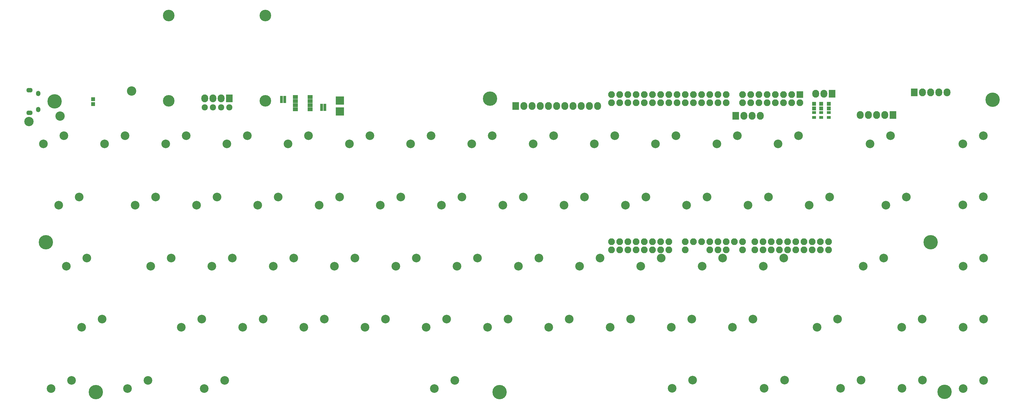
<source format=gts>
G04 #@! TF.FileFunction,Soldermask,Top*
%FSLAX46Y46*%
G04 Gerber Fmt 4.6, Leading zero omitted, Abs format (unit mm)*
G04 Created by KiCad (PCBNEW 4.0.7) date Fri Feb  9 22:51:10 2018*
%MOMM*%
%LPD*%
G01*
G04 APERTURE LIST*
%ADD10C,0.100000*%
%ADD11C,4.464000*%
%ADD12C,1.924000*%
%ADD13C,3.600000*%
%ADD14R,2.127200X2.432000*%
%ADD15O,2.127200X2.432000*%
%ADD16R,1.197560X1.197560*%
%ADD17R,1.300000X0.900000*%
%ADD18C,2.900000*%
%ADD19R,1.150000X1.200000*%
%ADD20O,1.350000X1.650000*%
%ADD21O,1.950000X1.400000*%
%ADD22R,0.900000X0.800000*%
%ADD23R,0.900000X0.700000*%
%ADD24R,1.500000X1.160000*%
%ADD25R,2.635200X2.635200*%
%ADD26R,2.100000X2.100000*%
%ADD27O,2.100000X2.100000*%
%ADD28C,2.100000*%
%ADD29C,2.686000*%
G04 APERTURE END LIST*
D10*
D11*
X147515000Y114490000D03*
D12*
X66620000Y111780000D03*
X64080000Y111780000D03*
X61540000Y111780000D03*
X59000000Y111780000D03*
D13*
X47810000Y113780000D03*
X77810000Y113780000D03*
X47810000Y140280000D03*
X77810000Y140280000D03*
D14*
X253550000Y116020000D03*
D15*
X251010000Y116020000D03*
X248470000Y116020000D03*
D14*
X223650000Y109170000D03*
D15*
X226190000Y109170000D03*
X228730000Y109170000D03*
X231270000Y109170000D03*
D11*
X9740000Y69890000D03*
X284165000Y69815000D03*
X303340000Y114140000D03*
X150440000Y23290000D03*
X288490000Y23340000D03*
X25190000Y23315000D03*
D16*
X247970000Y111391400D03*
X247970000Y112890000D03*
X250220000Y111390000D03*
X250220000Y112888600D03*
X252520000Y111390700D03*
X252520000Y112889300D03*
D17*
X247970000Y108640000D03*
X247970000Y110140000D03*
X250220000Y108640000D03*
X250220000Y110140000D03*
X252520000Y108640000D03*
X252520000Y110140000D03*
D18*
X4515000Y107365000D03*
X36290000Y116815000D03*
D14*
X279070000Y116415000D03*
D15*
X281610000Y116415000D03*
X284150000Y116415000D03*
X286690000Y116415000D03*
X289230000Y116415000D03*
D14*
X155460000Y112180000D03*
D15*
X158000000Y112180000D03*
X160540000Y112180000D03*
X163080000Y112180000D03*
X165620000Y112180000D03*
X168160000Y112180000D03*
X170700000Y112180000D03*
X173240000Y112180000D03*
X175780000Y112180000D03*
X178320000Y112180000D03*
X180860000Y112180000D03*
D11*
X12440000Y113590000D03*
D14*
X272410000Y109380000D03*
D15*
X269870000Y109380000D03*
X267330000Y109380000D03*
X264790000Y109380000D03*
X262250000Y109380000D03*
D19*
X24415000Y112765000D03*
X24415000Y114265000D03*
D18*
X14165000Y109015000D03*
D20*
X7327540Y111064100D03*
X7327540Y116064100D03*
D21*
X4627540Y110064100D03*
X4627540Y117064100D03*
D22*
X82770000Y114960000D03*
D23*
X82770000Y113960000D03*
X82770000Y114460000D03*
D22*
X82770000Y113460000D03*
D23*
X83770000Y114460000D03*
D22*
X83770000Y114960000D03*
D23*
X83770000Y113960000D03*
D22*
X83770000Y113460000D03*
X96250000Y110990000D03*
D23*
X96250000Y111990000D03*
X96250000Y111490000D03*
D22*
X96250000Y112490000D03*
D23*
X95250000Y111490000D03*
D22*
X95250000Y110990000D03*
D23*
X95250000Y111990000D03*
D22*
X95250000Y112490000D03*
D24*
X87110000Y114940000D03*
X87110000Y113670000D03*
X87110000Y112400000D03*
X87110000Y111130000D03*
X91710000Y111130000D03*
X91710000Y112400000D03*
X91710000Y113670000D03*
X91710000Y114940000D03*
D14*
X66650000Y114540000D03*
D15*
X64110000Y114540000D03*
X61570000Y114540000D03*
X59030000Y114540000D03*
D25*
X100940000Y113890000D03*
X100940000Y110470000D03*
D26*
X243610000Y115730000D03*
D27*
X243610000Y113190000D03*
X241070000Y115730000D03*
X241070000Y113190000D03*
X238530000Y115730000D03*
X238530000Y113190000D03*
X235990000Y115730000D03*
X235990000Y113190000D03*
X233450000Y115730000D03*
X233450000Y113190000D03*
X230910000Y115730000D03*
X230910000Y113190000D03*
X228370000Y115730000D03*
X228370000Y113190000D03*
X225830000Y115730000D03*
X225830000Y113190000D03*
X220750000Y115730000D03*
X220750000Y113190000D03*
X218210000Y115730000D03*
X218210000Y113190000D03*
X215670000Y115730000D03*
X215670000Y113190000D03*
X213130000Y115730000D03*
X213130000Y113190000D03*
X210590000Y115730000D03*
X210590000Y113190000D03*
X208050000Y115730000D03*
X208050000Y113190000D03*
X205510000Y115730000D03*
X205510000Y113190000D03*
X202970000Y115730000D03*
X202970000Y113190000D03*
X200430000Y115730000D03*
X200430000Y113190000D03*
X197890000Y115730000D03*
X197890000Y113190000D03*
X195350000Y115730000D03*
X195350000Y113190000D03*
X192810000Y115730000D03*
X192810000Y113190000D03*
X190270000Y115730000D03*
X190270000Y113190000D03*
X187730000Y115730000D03*
X187730000Y113190000D03*
X185190000Y115730000D03*
X185190000Y113190000D03*
X252496158Y70010914D03*
X252496158Y67470000D03*
X190270000Y70010000D03*
X195350000Y70010000D03*
X195350000Y67470000D03*
X192810000Y70010000D03*
X192810000Y67470000D03*
X190270000Y67470000D03*
X208050000Y70010000D03*
X210590000Y70010000D03*
X213130000Y70010000D03*
X208050000Y67470000D03*
X197890000Y70010000D03*
X202970000Y67470000D03*
X200430000Y70010000D03*
X200430000Y67470000D03*
X202970000Y70010000D03*
X197890000Y67470000D03*
X185190000Y67470000D03*
X187730000Y70010000D03*
X185190000Y70010000D03*
X187730000Y67470000D03*
X220750000Y70010000D03*
X220750000Y67470000D03*
X218210000Y70010000D03*
X218210000Y67470000D03*
X215670000Y70010000D03*
X215670000Y67470000D03*
X234720000Y70010000D03*
X239800000Y67470000D03*
X237260000Y70010000D03*
X237260000Y67470000D03*
X239800000Y70010000D03*
X242340000Y67470000D03*
X242340000Y70010000D03*
X234720000Y67470000D03*
X244880000Y70010000D03*
X247420000Y70010000D03*
D28*
X249960000Y70010000D03*
D27*
X249960000Y67470000D03*
X247420000Y67470000D03*
X244880000Y67470000D03*
X223290000Y70010000D03*
X232180000Y70010000D03*
X232180000Y67470000D03*
X229640000Y70010000D03*
X229640000Y67470000D03*
X225826158Y70010000D03*
X225826158Y67470914D03*
D29*
X300565000Y26955000D03*
X294215000Y24415000D03*
X300550000Y45970000D03*
X294200000Y43430000D03*
X300530000Y64945000D03*
X294180000Y62405000D03*
X300505000Y83945000D03*
X294155000Y81405000D03*
X300455000Y102970000D03*
X294105000Y100430000D03*
X262560000Y26970000D03*
X256210000Y24430000D03*
X281530000Y45970000D03*
X275180000Y43430000D03*
X252800000Y83930000D03*
X246450000Y81390000D03*
X229050000Y45945000D03*
X222700000Y43405000D03*
X233800000Y83930000D03*
X227450000Y81390000D03*
X224160000Y102930000D03*
X217810000Y100390000D03*
X210050000Y45950000D03*
X203700000Y43410000D03*
X219600000Y64940000D03*
X213250000Y62400000D03*
X214800000Y83940000D03*
X208450000Y81400000D03*
X205150000Y102930000D03*
X198800000Y100390000D03*
X191050000Y45950000D03*
X184700000Y43410000D03*
X200600000Y64940000D03*
X194250000Y62400000D03*
X186170000Y102930000D03*
X179820000Y100390000D03*
X172050000Y45940000D03*
X165700000Y43400000D03*
X176800000Y83940000D03*
X170450000Y81400000D03*
X153050000Y45940000D03*
X146700000Y43400000D03*
X162600000Y64940000D03*
X156250000Y62400000D03*
X157800000Y83940000D03*
X151450000Y81400000D03*
X134040000Y45930000D03*
X127690000Y43390000D03*
X143600000Y64940000D03*
X137250000Y62400000D03*
X138800000Y83940000D03*
X132450000Y81400000D03*
X129190000Y102930000D03*
X122840000Y100390000D03*
X115040000Y45930000D03*
X108690000Y43390000D03*
X124590000Y64940000D03*
X118240000Y62400000D03*
X119800000Y83940000D03*
X113450000Y81400000D03*
X105590000Y64940000D03*
X99240000Y62400000D03*
X100800000Y83940000D03*
X94450000Y81400000D03*
X77100000Y45940000D03*
X70750000Y43400000D03*
X86570000Y64940000D03*
X80220000Y62400000D03*
X81800000Y83940000D03*
X75450000Y81400000D03*
X72240000Y102930000D03*
X65890000Y100390000D03*
X58090000Y45930000D03*
X51740000Y43390000D03*
X67540000Y64930000D03*
X61190000Y62390000D03*
X62770000Y83930000D03*
X56420000Y81390000D03*
X53250000Y102950000D03*
X46900000Y100410000D03*
X48550000Y64940000D03*
X42200000Y62400000D03*
X15310000Y102920000D03*
X8960000Y100380000D03*
X243160000Y102930000D03*
X236810000Y100390000D03*
X91200000Y102930000D03*
X84850000Y100390000D03*
X34270000Y102930000D03*
X27920000Y100390000D03*
X43800000Y83940000D03*
X37450000Y81400000D03*
X281560000Y26970000D03*
X275210000Y24430000D03*
X181600000Y64930000D03*
X175250000Y62390000D03*
X167190000Y102930000D03*
X160840000Y100390000D03*
X110200000Y102940000D03*
X103850000Y100400000D03*
X195800000Y83940000D03*
X189450000Y81400000D03*
X96070000Y45930000D03*
X89720000Y43390000D03*
X148190000Y102930000D03*
X141840000Y100390000D03*
X238600000Y64950000D03*
X232250000Y62410000D03*
X20070000Y83930000D03*
X13720000Y81390000D03*
X210280000Y26970000D03*
X203930000Y24430000D03*
X276625000Y83920000D03*
X270275000Y81380000D03*
X238800000Y26970000D03*
X232450000Y24430000D03*
X136520000Y26930000D03*
X130170000Y24390000D03*
X65170000Y26930000D03*
X58820000Y24390000D03*
X41400000Y26940000D03*
X35050000Y24400000D03*
X17650000Y26940000D03*
X11300000Y24400000D03*
X22410000Y64930000D03*
X16060000Y62390000D03*
X255290000Y45955000D03*
X248940000Y43415000D03*
X269542000Y64950000D03*
X263192000Y62410000D03*
X27178000Y45945000D03*
X20828000Y43405000D03*
X271698000Y102945000D03*
X265348000Y100405000D03*
M02*

</source>
